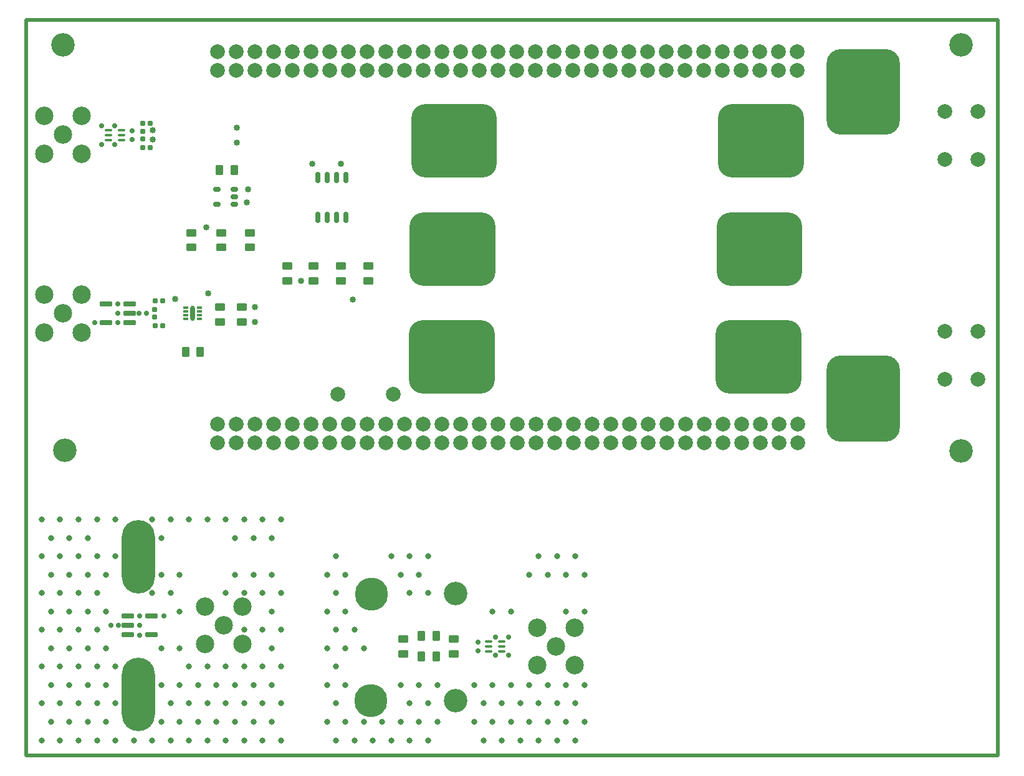
<source format=gts>
G04*
G04 #@! TF.GenerationSoftware,Altium Limited,Altium Designer,19.0.10 (269)*
G04*
G04 Layer_Color=8388736*
%FSLAX44Y44*%
%MOMM*%
G71*
G01*
G75*
%ADD14C,0.5080*%
G04:AMPARAMS|DCode=16|XSize=0.6mm|YSize=1mm|CornerRadius=0.15mm|HoleSize=0mm|Usage=FLASHONLY|Rotation=270.000|XOffset=0mm|YOffset=0mm|HoleType=Round|Shape=RoundedRectangle|*
%AMROUNDEDRECTD16*
21,1,0.6000,0.7000,0,0,270.0*
21,1,0.3000,1.0000,0,0,270.0*
1,1,0.3000,-0.3500,-0.1500*
1,1,0.3000,-0.3500,0.1500*
1,1,0.3000,0.3500,0.1500*
1,1,0.3000,0.3500,-0.1500*
%
%ADD16ROUNDEDRECTD16*%
G04:AMPARAMS|DCode=17|XSize=1.1mm|YSize=1.35mm|CornerRadius=0.1375mm|HoleSize=0mm|Usage=FLASHONLY|Rotation=90.000|XOffset=0mm|YOffset=0mm|HoleType=Round|Shape=RoundedRectangle|*
%AMROUNDEDRECTD17*
21,1,1.1000,1.0750,0,0,90.0*
21,1,0.8250,1.3500,0,0,90.0*
1,1,0.2750,0.5375,0.4125*
1,1,0.2750,0.5375,-0.4125*
1,1,0.2750,-0.5375,-0.4125*
1,1,0.2750,-0.5375,0.4125*
%
%ADD17ROUNDEDRECTD17*%
G04:AMPARAMS|DCode=18|XSize=0.6mm|YSize=1.45mm|CornerRadius=0.15mm|HoleSize=0mm|Usage=FLASHONLY|Rotation=180.000|XOffset=0mm|YOffset=0mm|HoleType=Round|Shape=RoundedRectangle|*
%AMROUNDEDRECTD18*
21,1,0.6000,1.1500,0,0,180.0*
21,1,0.3000,1.4500,0,0,180.0*
1,1,0.3000,-0.1500,0.5750*
1,1,0.3000,0.1500,0.5750*
1,1,0.3000,0.1500,-0.5750*
1,1,0.3000,-0.1500,-0.5750*
%
%ADD18ROUNDEDRECTD18*%
G04:AMPARAMS|DCode=19|XSize=0.76mm|YSize=1.65mm|CornerRadius=0.19mm|HoleSize=0mm|Usage=FLASHONLY|Rotation=90.000|XOffset=0mm|YOffset=0mm|HoleType=Round|Shape=RoundedRectangle|*
%AMROUNDEDRECTD19*
21,1,0.7600,1.2700,0,0,90.0*
21,1,0.3800,1.6500,0,0,90.0*
1,1,0.3800,0.6350,0.1900*
1,1,0.3800,0.6350,-0.1900*
1,1,0.3800,-0.6350,-0.1900*
1,1,0.3800,-0.6350,0.1900*
%
%ADD19ROUNDEDRECTD19*%
G04:AMPARAMS|DCode=20|XSize=0.36mm|YSize=1mm|CornerRadius=0.09mm|HoleSize=0mm|Usage=FLASHONLY|Rotation=270.000|XOffset=0mm|YOffset=0mm|HoleType=Round|Shape=RoundedRectangle|*
%AMROUNDEDRECTD20*
21,1,0.3600,0.8200,0,0,270.0*
21,1,0.1800,1.0000,0,0,270.0*
1,1,0.1800,-0.4100,-0.0900*
1,1,0.1800,-0.4100,0.0900*
1,1,0.1800,0.4100,0.0900*
1,1,0.1800,0.4100,-0.0900*
%
%ADD20ROUNDEDRECTD20*%
G04:AMPARAMS|DCode=21|XSize=1.1mm|YSize=1.35mm|CornerRadius=0.1375mm|HoleSize=0mm|Usage=FLASHONLY|Rotation=0.000|XOffset=0mm|YOffset=0mm|HoleType=Round|Shape=RoundedRectangle|*
%AMROUNDEDRECTD21*
21,1,1.1000,1.0750,0,0,0.0*
21,1,0.8250,1.3500,0,0,0.0*
1,1,0.2750,0.4125,-0.5375*
1,1,0.2750,-0.4125,-0.5375*
1,1,0.2750,-0.4125,0.5375*
1,1,0.2750,0.4125,0.5375*
%
%ADD21ROUNDEDRECTD21*%
G04:AMPARAMS|DCode=22|XSize=0.6mm|YSize=0.6mm|CornerRadius=0.075mm|HoleSize=0mm|Usage=FLASHONLY|Rotation=90.000|XOffset=0mm|YOffset=0mm|HoleType=Round|Shape=RoundedRectangle|*
%AMROUNDEDRECTD22*
21,1,0.6000,0.4500,0,0,90.0*
21,1,0.4500,0.6000,0,0,90.0*
1,1,0.1500,0.2250,0.2250*
1,1,0.1500,0.2250,-0.2250*
1,1,0.1500,-0.2250,-0.2250*
1,1,0.1500,-0.2250,0.2250*
%
%ADD22ROUNDEDRECTD22*%
G04:AMPARAMS|DCode=23|XSize=0.6mm|YSize=0.6mm|CornerRadius=0.075mm|HoleSize=0mm|Usage=FLASHONLY|Rotation=180.000|XOffset=0mm|YOffset=0mm|HoleType=Round|Shape=RoundedRectangle|*
%AMROUNDEDRECTD23*
21,1,0.6000,0.4500,0,0,180.0*
21,1,0.4500,0.6000,0,0,180.0*
1,1,0.1500,-0.2250,0.2250*
1,1,0.1500,0.2250,0.2250*
1,1,0.1500,0.2250,-0.2250*
1,1,0.1500,-0.2250,-0.2250*
%
%ADD23ROUNDEDRECTD23*%
G04:AMPARAMS|DCode=24|XSize=2mm|YSize=0.6mm|CornerRadius=0.225mm|HoleSize=0mm|Usage=FLASHONLY|Rotation=270.000|XOffset=0mm|YOffset=0mm|HoleType=Round|Shape=RoundedRectangle|*
%AMROUNDEDRECTD24*
21,1,2.0000,0.1500,0,0,270.0*
21,1,1.5500,0.6000,0,0,270.0*
1,1,0.4500,-0.0750,-0.7750*
1,1,0.4500,-0.0750,0.7750*
1,1,0.4500,0.0750,0.7750*
1,1,0.4500,0.0750,-0.7750*
%
%ADD24ROUNDEDRECTD24*%
G04:AMPARAMS|DCode=25|XSize=0.75mm|YSize=0.3mm|CornerRadius=0.075mm|HoleSize=0mm|Usage=FLASHONLY|Rotation=180.000|XOffset=0mm|YOffset=0mm|HoleType=Round|Shape=RoundedRectangle|*
%AMROUNDEDRECTD25*
21,1,0.7500,0.1500,0,0,180.0*
21,1,0.6000,0.3000,0,0,180.0*
1,1,0.1500,-0.3000,0.0750*
1,1,0.1500,0.3000,0.0750*
1,1,0.1500,0.3000,-0.0750*
1,1,0.1500,-0.3000,-0.0750*
%
%ADD25ROUNDEDRECTD25*%
%ADD26O,4.5000X10.0000*%
%ADD27C,3.2000*%
%ADD28C,2.5000*%
%ADD29C,2.0000*%
G04:AMPARAMS|DCode=30|XSize=8mm|YSize=10mm|CornerRadius=2mm|HoleSize=0mm|Usage=FLASHONLY|Rotation=180.000|XOffset=0mm|YOffset=0mm|HoleType=Round|Shape=RoundedRectangle|*
%AMROUNDEDRECTD30*
21,1,8.0000,6.0000,0,0,180.0*
21,1,4.0000,10.0000,0,0,180.0*
1,1,4.0000,-2.0000,3.0000*
1,1,4.0000,2.0000,3.0000*
1,1,4.0000,2.0000,-3.0000*
1,1,4.0000,-2.0000,-3.0000*
%
%ADD30ROUNDEDRECTD30*%
G04:AMPARAMS|DCode=31|XSize=8mm|YSize=10mm|CornerRadius=2mm|HoleSize=0mm|Usage=FLASHONLY|Rotation=90.000|XOffset=0mm|YOffset=0mm|HoleType=Round|Shape=RoundedRectangle|*
%AMROUNDEDRECTD31*
21,1,8.0000,6.0000,0,0,90.0*
21,1,4.0000,10.0000,0,0,90.0*
1,1,4.0000,3.0000,2.0000*
1,1,4.0000,3.0000,-2.0000*
1,1,4.0000,-3.0000,-2.0000*
1,1,4.0000,-3.0000,2.0000*
%
%ADD31ROUNDEDRECTD31*%
%ADD32C,4.5000*%
%ADD33C,0.8000*%
%ADD34C,0.7000*%
%ADD35C,0.8500*%
D14*
X0Y-1000000D02*
X1320000D01*
Y0D01*
X0D02*
X1320000D01*
X0Y-1000000D02*
Y0D01*
D16*
X259000Y-230500D02*
D03*
X283000D02*
D03*
Y-240500D02*
D03*
Y-250500D02*
D03*
X259000D02*
D03*
D17*
X303500Y-289000D02*
D03*
Y-309000D02*
D03*
X265000D02*
D03*
Y-289000D02*
D03*
X354650Y-334500D02*
D03*
Y-354500D02*
D03*
X465000D02*
D03*
Y-334500D02*
D03*
X427700D02*
D03*
Y-354500D02*
D03*
X263500Y-410500D02*
D03*
Y-390500D02*
D03*
X292500Y-410500D02*
D03*
Y-390500D02*
D03*
X224500Y-309000D02*
D03*
Y-289000D02*
D03*
X390000Y-354500D02*
D03*
Y-334500D02*
D03*
X580910Y-861366D02*
D03*
Y-841366D02*
D03*
X512330Y-861366D02*
D03*
Y-841366D02*
D03*
D18*
X434050Y-213750D02*
D03*
X421350D02*
D03*
X408650D02*
D03*
X395950D02*
D03*
X434050Y-268250D02*
D03*
X421350D02*
D03*
X408650D02*
D03*
X395950D02*
D03*
D19*
X108500Y-411200D02*
D03*
Y-385800D02*
D03*
X140500D02*
D03*
Y-411200D02*
D03*
Y-398500D02*
D03*
X138270Y-822956D02*
D03*
Y-810256D02*
D03*
Y-835656D02*
D03*
X170270D02*
D03*
Y-810256D02*
D03*
D20*
X129500Y-156500D02*
D03*
Y-163100D02*
D03*
Y-149900D02*
D03*
X111500D02*
D03*
Y-163100D02*
D03*
Y-156500D02*
D03*
X628000Y-851366D02*
D03*
Y-844766D02*
D03*
Y-857966D02*
D03*
X646000D02*
D03*
Y-844766D02*
D03*
Y-851366D02*
D03*
D21*
X282500Y-203500D02*
D03*
X262500D02*
D03*
X216500Y-451500D02*
D03*
X236500D02*
D03*
X536620Y-837396D02*
D03*
X556620D02*
D03*
X536620Y-865336D02*
D03*
X556620D02*
D03*
D22*
X158000Y-151504D02*
D03*
X158000Y-161499D02*
D03*
X174500Y-403500D02*
D03*
X174500Y-393505D02*
D03*
D23*
X167995Y-173500D02*
D03*
X158000Y-173500D02*
D03*
X167995Y-140000D02*
D03*
X158000Y-140000D02*
D03*
X185000Y-381500D02*
D03*
X175005Y-381500D02*
D03*
X184995Y-415500D02*
D03*
X175000Y-415500D02*
D03*
D24*
X225999Y-398501D02*
D03*
D25*
X216500Y-391000D02*
D03*
Y-396000D02*
D03*
Y-401000D02*
D03*
Y-406000D02*
D03*
X235500D02*
D03*
Y-401000D02*
D03*
Y-396000D02*
D03*
Y-391000D02*
D03*
D26*
X152610Y-729516D02*
D03*
Y-916376D02*
D03*
D27*
X583000Y-924956D02*
D03*
X582999Y-779957D02*
D03*
X1269999Y-34001D02*
D03*
X1270000Y-586001D02*
D03*
X52070Y-584710D02*
D03*
X49999Y-34001D02*
D03*
D28*
X75500Y-373500D02*
D03*
Y-424500D02*
D03*
X24500Y-373500D02*
D03*
Y-424500D02*
D03*
X50000Y-399000D02*
D03*
X75500Y-130500D02*
D03*
Y-181500D02*
D03*
X24500Y-130500D02*
D03*
Y-181500D02*
D03*
X50000Y-156000D02*
D03*
X293726Y-797456D02*
D03*
Y-848456D02*
D03*
X242726Y-797456D02*
D03*
Y-848456D02*
D03*
X268226Y-822956D02*
D03*
X744930Y-825866D02*
D03*
Y-876866D02*
D03*
X693930Y-825866D02*
D03*
Y-876866D02*
D03*
X719430Y-851366D02*
D03*
D29*
X1292500Y-124500D02*
D03*
X1247500D02*
D03*
X1292500Y-189500D02*
D03*
X1247500D02*
D03*
X1292500Y-423500D02*
D03*
X1247500D02*
D03*
X1292500Y-488500D02*
D03*
X1247500D02*
D03*
X498500Y-509000D02*
D03*
X423500D02*
D03*
X539399Y-549300D02*
D03*
X513999D02*
D03*
X564799D02*
D03*
X590199D02*
D03*
X640999D02*
D03*
X615599D02*
D03*
X463199Y-574700D02*
D03*
X488599D02*
D03*
X437799D02*
D03*
X412399D02*
D03*
X336199D02*
D03*
X361599D02*
D03*
X259999D02*
D03*
X285399Y-574700D02*
D03*
X310799Y-574700D02*
D03*
X386999D02*
D03*
X539399D02*
D03*
X513999D02*
D03*
X564799D02*
D03*
X590199D02*
D03*
X640999D02*
D03*
X615599D02*
D03*
X386999Y-549300D02*
D03*
X310799D02*
D03*
X285399Y-549300D02*
D03*
X259999Y-549300D02*
D03*
X361599D02*
D03*
X336199D02*
D03*
X412399D02*
D03*
X437799D02*
D03*
X488599D02*
D03*
X463199D02*
D03*
X539284Y-43300D02*
D03*
X513884D02*
D03*
X564684D02*
D03*
X590084D02*
D03*
X640884D02*
D03*
X615484D02*
D03*
X463084Y-68700D02*
D03*
X488484D02*
D03*
X437684D02*
D03*
X412284D02*
D03*
X336084D02*
D03*
X361484D02*
D03*
X259884D02*
D03*
X285284Y-68700D02*
D03*
X310684Y-68700D02*
D03*
X386884D02*
D03*
X539284D02*
D03*
X513884D02*
D03*
X564684D02*
D03*
X590084D02*
D03*
X640884D02*
D03*
X615484D02*
D03*
X386884Y-43300D02*
D03*
X310684D02*
D03*
X285284Y-43300D02*
D03*
X259884Y-43300D02*
D03*
X361484D02*
D03*
X336084D02*
D03*
X412284D02*
D03*
X437684D02*
D03*
X488484D02*
D03*
X463084D02*
D03*
X945684D02*
D03*
X920284D02*
D03*
X971084D02*
D03*
X996484D02*
D03*
X1047284D02*
D03*
X1021884D02*
D03*
X869484Y-68700D02*
D03*
X894884D02*
D03*
X844084D02*
D03*
X818684D02*
D03*
X742484D02*
D03*
X767884D02*
D03*
X666284D02*
D03*
X691684Y-68700D02*
D03*
X717084Y-68700D02*
D03*
X793284D02*
D03*
X945684D02*
D03*
X920284D02*
D03*
X971084D02*
D03*
X996484D02*
D03*
X1047284D02*
D03*
X1021884D02*
D03*
X793284Y-43300D02*
D03*
X717084D02*
D03*
X691684Y-43300D02*
D03*
X666284Y-43300D02*
D03*
X767884D02*
D03*
X742484D02*
D03*
X818684D02*
D03*
X844084D02*
D03*
X894884D02*
D03*
X869484D02*
D03*
X946149Y-549300D02*
D03*
X920749D02*
D03*
X971549D02*
D03*
X996949D02*
D03*
X1047749D02*
D03*
X1022349D02*
D03*
X869949Y-574700D02*
D03*
X895349D02*
D03*
X844549D02*
D03*
X819149D02*
D03*
X742949D02*
D03*
X768349D02*
D03*
X666749D02*
D03*
X692149Y-574700D02*
D03*
X717549Y-574700D02*
D03*
X793749D02*
D03*
X946149D02*
D03*
X920749D02*
D03*
X971549D02*
D03*
X996949D02*
D03*
X1047749D02*
D03*
X1022349D02*
D03*
X793749Y-549300D02*
D03*
X717549D02*
D03*
X692149Y-549300D02*
D03*
X666749Y-549300D02*
D03*
X768349D02*
D03*
X742949D02*
D03*
X819149D02*
D03*
X844549D02*
D03*
X895349D02*
D03*
X869949D02*
D03*
D30*
X599500Y-164000D02*
D03*
X562500D02*
D03*
X979500D02*
D03*
X1016500D02*
D03*
X1013500Y-458000D02*
D03*
X976500D02*
D03*
X559500D02*
D03*
X596500D02*
D03*
X560500Y-311000D02*
D03*
X597500D02*
D03*
X1014500D02*
D03*
X977500D02*
D03*
D31*
X1137000Y-533000D02*
D03*
Y-496000D02*
D03*
Y-79000D02*
D03*
Y-116000D02*
D03*
D32*
X469150Y-780246D02*
D03*
X467880Y-925026D02*
D03*
D33*
X71000Y-779000D02*
D03*
X608500Y-904000D02*
D03*
X271000Y-979000D02*
D03*
X671000D02*
D03*
X33500Y-704000D02*
D03*
X221000Y-929000D02*
D03*
X308500Y-904000D02*
D03*
X83500Y-954000D02*
D03*
X733500Y-804000D02*
D03*
X96000Y-979000D02*
D03*
X283500Y-704000D02*
D03*
X433500Y-854000D02*
D03*
X521000Y-979000D02*
D03*
X71000Y-729000D02*
D03*
X296000Y-779000D02*
D03*
X333500Y-904000D02*
D03*
X683500Y-754000D02*
D03*
X433500Y-904000D02*
D03*
X333500Y-854000D02*
D03*
X633500Y-804000D02*
D03*
X121000Y-679000D02*
D03*
X258500Y-954000D02*
D03*
X721000Y-979000D02*
D03*
X33500Y-754000D02*
D03*
X408500Y-904000D02*
D03*
X71000Y-929000D02*
D03*
X171000Y-779000D02*
D03*
X346000Y-929000D02*
D03*
X433500Y-804000D02*
D03*
X96000Y-929000D02*
D03*
X446000Y-979000D02*
D03*
X308500Y-704000D02*
D03*
X58500Y-804000D02*
D03*
X608500Y-954000D02*
D03*
X271000Y-779000D02*
D03*
X346000Y-879000D02*
D03*
X308500Y-954000D02*
D03*
X83500Y-854000D02*
D03*
X208500Y-904000D02*
D03*
X633500Y-954000D02*
D03*
X21000Y-779000D02*
D03*
X208500Y-754000D02*
D03*
X646000Y-929000D02*
D03*
X558500Y-954000D02*
D03*
X421000Y-879000D02*
D03*
X758500Y-804000D02*
D03*
Y-754000D02*
D03*
X146000Y-979000D02*
D03*
X171000D02*
D03*
X433500Y-954000D02*
D03*
X421000Y-929000D02*
D03*
X471000Y-979000D02*
D03*
X658500Y-954000D02*
D03*
X708500Y-904000D02*
D03*
X21000Y-979000D02*
D03*
X708500Y-754000D02*
D03*
X96000Y-829000D02*
D03*
X271000Y-879000D02*
D03*
X196000Y-679000D02*
D03*
X233500Y-954000D02*
D03*
X746000Y-929000D02*
D03*
X521000Y-729000D02*
D03*
X196000Y-979000D02*
D03*
X483500Y-954000D02*
D03*
X221000Y-979000D02*
D03*
X408500Y-854000D02*
D03*
X533500Y-904000D02*
D03*
X546000Y-779000D02*
D03*
X83500Y-754000D02*
D03*
X283500Y-904000D02*
D03*
X333500Y-804000D02*
D03*
X233500Y-904000D02*
D03*
X296000Y-829000D02*
D03*
X521000Y-779000D02*
D03*
X733500Y-954000D02*
D03*
X208500Y-804000D02*
D03*
X721000Y-729000D02*
D03*
X758500Y-904000D02*
D03*
X183500Y-954000D02*
D03*
X71000Y-679000D02*
D03*
X221000Y-879000D02*
D03*
X408500Y-954000D02*
D03*
X183500Y-704000D02*
D03*
X208500Y-954000D02*
D03*
X183500Y-904000D02*
D03*
X171000Y-679000D02*
D03*
X321000Y-829000D02*
D03*
X33500Y-854000D02*
D03*
X96000Y-729000D02*
D03*
X183500Y-854000D02*
D03*
X408500Y-754000D02*
D03*
X283500D02*
D03*
X721000Y-929000D02*
D03*
X433500Y-754000D02*
D03*
X108500Y-954000D02*
D03*
X21000Y-879000D02*
D03*
X96000Y-679000D02*
D03*
X296000Y-929000D02*
D03*
X108500Y-754000D02*
D03*
X121000Y-879000D02*
D03*
X221000Y-679000D02*
D03*
X58500Y-854000D02*
D03*
X46000Y-879000D02*
D03*
X208500Y-854000D02*
D03*
X33500Y-904000D02*
D03*
X246000Y-929000D02*
D03*
X46000Y-679000D02*
D03*
X533500Y-754000D02*
D03*
X321000Y-679000D02*
D03*
X621000Y-929000D02*
D03*
X346000Y-679000D02*
D03*
X333500Y-954000D02*
D03*
X96000Y-779000D02*
D03*
X683500Y-904000D02*
D03*
X71000Y-829000D02*
D03*
X346000D02*
D03*
X108500Y-904000D02*
D03*
X658500D02*
D03*
X83500Y-804000D02*
D03*
X733500Y-754000D02*
D03*
X496000Y-979000D02*
D03*
X321000Y-929000D02*
D03*
X308500Y-754000D02*
D03*
X46000Y-729000D02*
D03*
X546000D02*
D03*
X258500Y-904000D02*
D03*
X183500Y-754000D02*
D03*
X458500Y-954000D02*
D03*
X21000Y-829000D02*
D03*
X121000Y-729000D02*
D03*
X346000Y-779000D02*
D03*
X683500Y-954000D02*
D03*
X546000Y-979000D02*
D03*
X71000Y-879000D02*
D03*
X671000Y-929000D02*
D03*
X546000D02*
D03*
X558500Y-904000D02*
D03*
X421000Y-729000D02*
D03*
X33500Y-954000D02*
D03*
X108500Y-804000D02*
D03*
X246000Y-679000D02*
D03*
X283500Y-954000D02*
D03*
X46000Y-979000D02*
D03*
X758500Y-954000D02*
D03*
X83500Y-704000D02*
D03*
X696000Y-979000D02*
D03*
X271000Y-929000D02*
D03*
X408500Y-804000D02*
D03*
X508500Y-904000D02*
D03*
X658500Y-804000D02*
D03*
X58500Y-904000D02*
D03*
X508500Y-954000D02*
D03*
X621000Y-979000D02*
D03*
X746000Y-729000D02*
D03*
X121000Y-979000D02*
D03*
X321000D02*
D03*
X421000Y-829000D02*
D03*
X58500Y-704000D02*
D03*
X646000Y-979000D02*
D03*
X496000Y-729000D02*
D03*
X46000Y-779000D02*
D03*
X21000Y-679000D02*
D03*
X296000Y-979000D02*
D03*
X196000Y-779000D02*
D03*
X508500Y-754000D02*
D03*
X296000Y-679000D02*
D03*
X421000Y-979000D02*
D03*
X296000Y-879000D02*
D03*
X246000D02*
D03*
X708500Y-954000D02*
D03*
X533500D02*
D03*
X333500Y-704000D02*
D03*
X121000Y-929000D02*
D03*
X271000Y-679000D02*
D03*
X46000Y-929000D02*
D03*
X696000D02*
D03*
X33500Y-804000D02*
D03*
X58500Y-754000D02*
D03*
X458500Y-854000D02*
D03*
X46000Y-829000D02*
D03*
X446000D02*
D03*
X21000Y-729000D02*
D03*
X696000D02*
D03*
X108500Y-854000D02*
D03*
X421000Y-779000D02*
D03*
X96000Y-879000D02*
D03*
X633500Y-904000D02*
D03*
X196000Y-929000D02*
D03*
X58500Y-954000D02*
D03*
X521000Y-929000D02*
D03*
X346000Y-979000D02*
D03*
X21000Y-929000D02*
D03*
X83500Y-904000D02*
D03*
X321000Y-779000D02*
D03*
Y-879000D02*
D03*
X333500Y-754000D02*
D03*
X71000Y-979000D02*
D03*
X733500Y-904000D02*
D03*
X746000Y-979000D02*
D03*
X246000D02*
D03*
D34*
X153455Y-398500D02*
D03*
X124380Y-411300D02*
D03*
X93370Y-411210D02*
D03*
X163455Y-398500D02*
D03*
X102500Y-143956D02*
D03*
X119738D02*
D03*
X119770Y-168832D02*
D03*
X102500Y-168848D02*
D03*
X124455Y-398500D02*
D03*
Y-385500D02*
D03*
X144122Y-150560D02*
D03*
Y-162244D02*
D03*
X613378Y-857200D02*
D03*
Y-845516D02*
D03*
X637762Y-838912D02*
D03*
X655000D02*
D03*
Y-863804D02*
D03*
X637730Y-863788D02*
D03*
X115270Y-822956D02*
D03*
X125270D02*
D03*
X154270Y-835956D02*
D03*
Y-822956D02*
D03*
Y-809956D02*
D03*
X186970Y-810256D02*
D03*
D35*
X247060Y-371200D02*
D03*
X443810Y-380000D02*
D03*
X388500Y-195500D02*
D03*
X427500Y-195000D02*
D03*
X299500Y-247500D02*
D03*
X301500Y-230500D02*
D03*
X244499Y-282000D02*
D03*
X373000Y-354500D02*
D03*
X311000Y-410500D02*
D03*
X310800Y-390500D02*
D03*
X285750Y-166500D02*
D03*
X286000Y-146500D02*
D03*
X202000Y-379000D02*
D03*
X172000Y-150000D02*
D03*
Y-162500D02*
D03*
M02*

</source>
